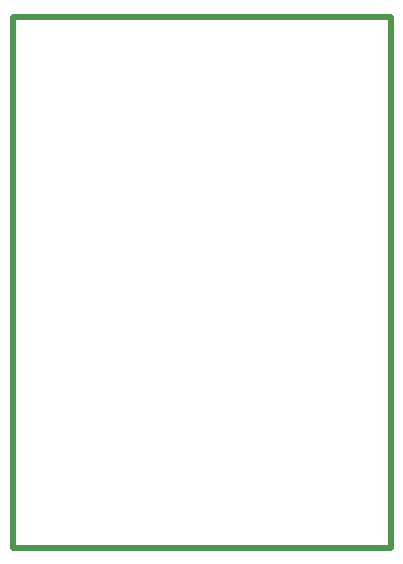
<source format=gko>
G04 Layer_Color=16711935*
%FSLAX24Y24*%
%MOIN*%
G70*
G01*
G75*
%ADD19C,0.0197*%
D19*
X31400Y22000D02*
Y39700D01*
Y22000D02*
X44000D01*
Y39700D01*
X31400D02*
X44000D01*
M02*

</source>
